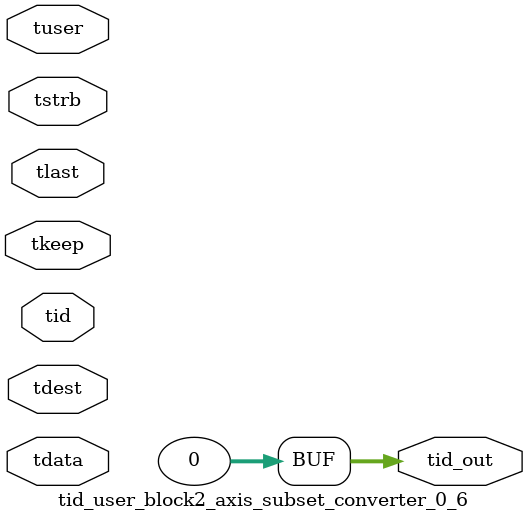
<source format=v>


`timescale 1ps/1ps

module tid_user_block2_axis_subset_converter_0_6 #
(
parameter C_S_AXIS_TID_WIDTH   = 1,
parameter C_S_AXIS_TUSER_WIDTH = 0,
parameter C_S_AXIS_TDATA_WIDTH = 0,
parameter C_S_AXIS_TDEST_WIDTH = 0,
parameter C_M_AXIS_TID_WIDTH   = 32
)
(
input  [(C_S_AXIS_TID_WIDTH   == 0 ? 1 : C_S_AXIS_TID_WIDTH)-1:0       ] tid,
input  [(C_S_AXIS_TDATA_WIDTH == 0 ? 1 : C_S_AXIS_TDATA_WIDTH)-1:0     ] tdata,
input  [(C_S_AXIS_TUSER_WIDTH == 0 ? 1 : C_S_AXIS_TUSER_WIDTH)-1:0     ] tuser,
input  [(C_S_AXIS_TDEST_WIDTH == 0 ? 1 : C_S_AXIS_TDEST_WIDTH)-1:0     ] tdest,
input  [(C_S_AXIS_TDATA_WIDTH/8)-1:0 ] tkeep,
input  [(C_S_AXIS_TDATA_WIDTH/8)-1:0 ] tstrb,
input                                                                    tlast,
output [(C_M_AXIS_TID_WIDTH   == 0 ? 1 : C_M_AXIS_TID_WIDTH)-1:0       ] tid_out
);

assign tid_out = {1'b0};

endmodule


</source>
